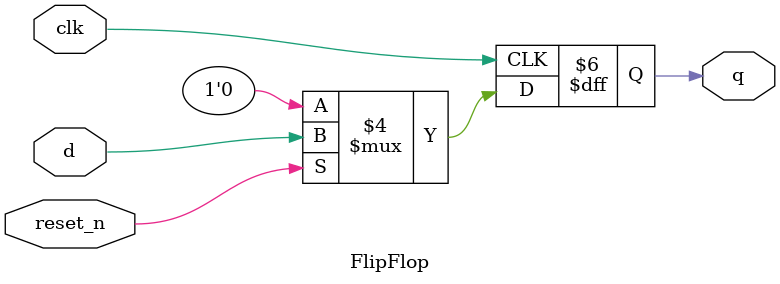
<source format=v>

module FlipFlop(
    input wire clk,
    input wire reset_n,
    input wire d,
    output reg q
);

    always @(posedge clk) begin
        if (~reset_n) begin
            q <= 1'b0;
        end else begin
            q <= d;
        end
    end

endmodule

</source>
